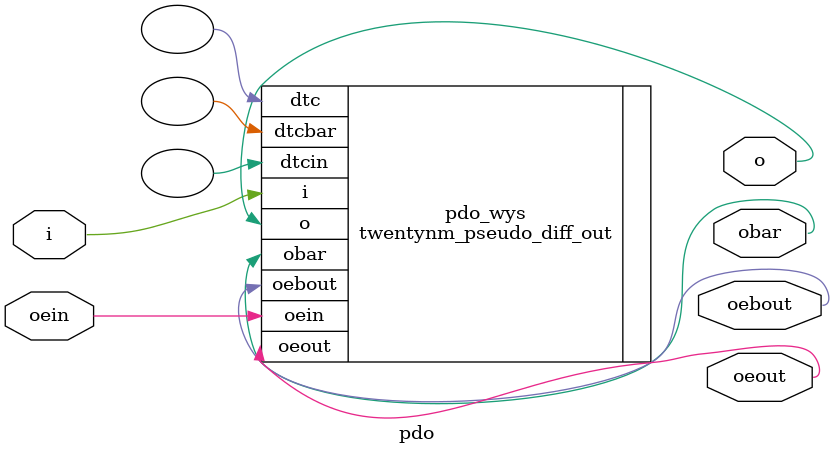
<source format=v>

module pdo
(
	i, oein, o, obar, oebout, oeout 
);

input i;
input oein;
output o;
output obar;
output wire oebout;
output wire oeout;

twentynm_pseudo_diff_out pdo_wys
(
	.i(i),
	.oein(oein),
	.o(o),
	.oebout(oebout),
	.oeout(oeout),
	.dtc(),
	.dtcbar(),
	.dtcin(),
	.obar(obar)
);

endmodule
</source>
